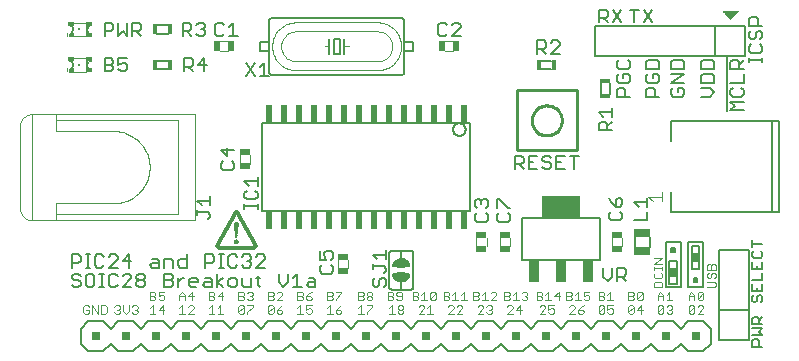
<source format=gto>
G75*
G70*
%OFA0B0*%
%FSLAX24Y24*%
%IPPOS*%
%LPD*%
%AMOC8*
5,1,8,0,0,1.08239X$1,22.5*
%
%ADD10C,0.0060*%
%ADD11C,0.0040*%
%ADD12C,0.0080*%
%ADD13C,0.0050*%
%ADD14R,0.0200X0.0600*%
%ADD15C,0.0025*%
%ADD16C,0.0020*%
%ADD17R,0.0197X0.0374*%
%ADD18R,0.0197X0.0374*%
%ADD19R,0.0374X0.0197*%
%ADD20R,0.0374X0.0197*%
%ADD21R,0.1260X0.0730*%
%ADD22R,0.0340X0.0730*%
%ADD23R,0.0551X0.0256*%
%ADD24C,0.0049*%
%ADD25R,0.0340X0.0160*%
%ADD26C,0.0086*%
%ADD27R,0.0160X0.0340*%
%ADD28R,0.0260X0.0260*%
%ADD29R,0.0250X0.0250*%
%ADD30R,0.0197X0.0128*%
%ADD31R,0.0098X0.0059*%
%ADD32R,0.0069X0.0157*%
%ADD33R,0.0079X0.0079*%
%ADD34R,0.0118X0.0118*%
%ADD35R,0.0030X0.0128*%
%ADD36C,0.0120*%
D10*
X002162Y000699D02*
X002412Y000449D01*
X002162Y000699D02*
X002162Y001199D01*
X002412Y001449D01*
X003162Y001199D02*
X003412Y001449D01*
X003912Y001449D01*
X004162Y001199D01*
X004412Y001449D01*
X004912Y001449D01*
X005162Y001199D01*
X005412Y001449D01*
X005912Y001449D01*
X006162Y001199D01*
X006412Y001449D01*
X006912Y001449D01*
X007162Y001199D01*
X007412Y001449D01*
X007912Y001449D01*
X008162Y001199D01*
X008412Y001449D01*
X008912Y001449D01*
X009162Y001199D01*
X009412Y001449D01*
X009912Y001449D01*
X010162Y001199D01*
X010412Y001449D01*
X010912Y001449D01*
X011162Y001199D01*
X011412Y001449D01*
X011912Y001449D01*
X012162Y001199D01*
X012412Y001449D01*
X012912Y001449D01*
X013162Y001199D01*
X013412Y001449D01*
X013912Y001449D01*
X014162Y001199D01*
X014412Y001449D01*
X014912Y001449D01*
X015162Y001199D01*
X015412Y001449D01*
X015912Y001449D01*
X016162Y001199D01*
X016412Y001449D01*
X016912Y001449D01*
X017162Y001199D01*
X017412Y001449D01*
X017912Y001449D01*
X018162Y001199D01*
X018412Y001449D01*
X018912Y001449D01*
X019162Y001199D01*
X019412Y001449D01*
X019912Y001449D01*
X020162Y001199D01*
X020412Y001449D01*
X020912Y001449D01*
X021162Y001199D01*
X021412Y001449D01*
X021912Y001449D01*
X022162Y001199D01*
X022412Y001449D01*
X022162Y000699D02*
X021912Y000449D01*
X021412Y000449D01*
X021162Y000699D01*
X020912Y000449D01*
X020412Y000449D01*
X020162Y000699D01*
X019912Y000449D01*
X019412Y000449D01*
X019162Y000699D01*
X018912Y000449D01*
X018412Y000449D01*
X018162Y000699D01*
X017912Y000449D01*
X017412Y000449D01*
X017162Y000699D01*
X016912Y000449D01*
X016412Y000449D01*
X016162Y000699D01*
X015912Y000449D01*
X015412Y000449D01*
X015162Y000699D01*
X014912Y000449D01*
X014412Y000449D01*
X014162Y000699D01*
X013912Y000449D01*
X013412Y000449D01*
X013162Y000699D01*
X012912Y000449D01*
X012412Y000449D01*
X012162Y000699D01*
X011912Y000449D01*
X011412Y000449D01*
X011162Y000699D01*
X010912Y000449D01*
X010412Y000449D01*
X010162Y000699D01*
X009912Y000449D01*
X009412Y000449D01*
X009162Y000699D01*
X008912Y000449D01*
X008412Y000449D01*
X008162Y000699D01*
X007912Y000449D01*
X007412Y000449D01*
X007162Y000699D01*
X006912Y000449D01*
X006412Y000449D01*
X006162Y000699D01*
X005912Y000449D01*
X005412Y000449D01*
X005162Y000699D01*
X004912Y000449D01*
X004412Y000449D01*
X004162Y000699D01*
X003912Y000449D01*
X003412Y000449D01*
X003162Y000699D01*
X003174Y002603D02*
X003320Y002603D01*
X003394Y002676D01*
X003561Y002603D02*
X003854Y002896D01*
X003854Y002970D01*
X003781Y003043D01*
X003634Y003043D01*
X003561Y002970D01*
X003394Y002970D02*
X003320Y003043D01*
X003174Y003043D01*
X003100Y002970D01*
X003100Y002676D01*
X003174Y002603D01*
X002940Y002603D02*
X002793Y002603D01*
X002867Y002603D02*
X002867Y003043D01*
X002940Y003043D02*
X002793Y003043D01*
X002627Y002970D02*
X002553Y003043D01*
X002406Y003043D01*
X002333Y002970D01*
X002333Y002676D01*
X002406Y002603D01*
X002553Y002603D01*
X002627Y002676D01*
X002627Y002970D01*
X002713Y003242D02*
X002860Y003242D01*
X002934Y003316D01*
X003100Y003242D02*
X003394Y003536D01*
X003394Y003609D01*
X003320Y003683D01*
X003174Y003683D01*
X003100Y003609D01*
X002934Y003609D02*
X002860Y003683D01*
X002713Y003683D01*
X002640Y003609D01*
X002640Y003316D01*
X002713Y003242D01*
X002480Y003242D02*
X002333Y003242D01*
X002406Y003242D02*
X002406Y003683D01*
X002333Y003683D02*
X002480Y003683D01*
X002166Y003609D02*
X002166Y003463D01*
X002093Y003389D01*
X001873Y003389D01*
X001873Y003242D02*
X001873Y003683D01*
X002093Y003683D01*
X002166Y003609D01*
X003100Y003242D02*
X003394Y003242D01*
X003781Y003242D02*
X003781Y003683D01*
X003561Y003463D01*
X003854Y003463D01*
X004481Y003316D02*
X004555Y003242D01*
X004775Y003242D01*
X004775Y003463D01*
X004701Y003536D01*
X004555Y003536D01*
X004555Y003389D02*
X004775Y003389D01*
X004555Y003389D02*
X004481Y003316D01*
X004942Y003242D02*
X004942Y003536D01*
X005162Y003536D01*
X005235Y003463D01*
X005235Y003242D01*
X005402Y003316D02*
X005402Y003463D01*
X005475Y003536D01*
X005696Y003536D01*
X005696Y003683D02*
X005696Y003242D01*
X005475Y003242D01*
X005402Y003316D01*
X005162Y003043D02*
X004942Y003043D01*
X004942Y002603D01*
X005162Y002603D01*
X005235Y002676D01*
X005235Y002749D01*
X005162Y002823D01*
X004942Y002823D01*
X005162Y002823D02*
X005235Y002896D01*
X005235Y002970D01*
X005162Y003043D01*
X005402Y002896D02*
X005402Y002603D01*
X005402Y002749D02*
X005549Y002896D01*
X005622Y002896D01*
X005786Y002823D02*
X005859Y002896D01*
X006006Y002896D01*
X006079Y002823D01*
X006079Y002749D01*
X005786Y002749D01*
X005786Y002676D02*
X005786Y002823D01*
X005786Y002676D02*
X005859Y002603D01*
X006006Y002603D01*
X006246Y002676D02*
X006319Y002749D01*
X006540Y002749D01*
X006540Y002823D02*
X006540Y002603D01*
X006319Y002603D01*
X006246Y002676D01*
X006319Y002896D02*
X006466Y002896D01*
X006540Y002823D01*
X006706Y002749D02*
X006927Y002896D01*
X007090Y002823D02*
X007090Y002676D01*
X007163Y002603D01*
X007310Y002603D01*
X007384Y002676D01*
X007384Y002823D01*
X007310Y002896D01*
X007163Y002896D01*
X007090Y002823D01*
X006927Y002603D02*
X006706Y002749D01*
X006706Y002603D02*
X006706Y003043D01*
X006783Y003242D02*
X006930Y003242D01*
X006856Y003242D02*
X006856Y003683D01*
X006783Y003683D02*
X006930Y003683D01*
X007090Y003609D02*
X007090Y003316D01*
X007163Y003242D01*
X007310Y003242D01*
X007384Y003316D01*
X007550Y003316D02*
X007624Y003242D01*
X007771Y003242D01*
X007844Y003316D01*
X007844Y003389D01*
X007771Y003463D01*
X007697Y003463D01*
X007771Y003463D02*
X007844Y003536D01*
X007844Y003609D01*
X007771Y003683D01*
X007624Y003683D01*
X007550Y003609D01*
X007384Y003609D02*
X007310Y003683D01*
X007163Y003683D01*
X007090Y003609D01*
X006616Y003609D02*
X006616Y003463D01*
X006543Y003389D01*
X006323Y003389D01*
X006323Y003242D02*
X006323Y003683D01*
X006543Y003683D01*
X006616Y003609D01*
X007550Y002896D02*
X007550Y002676D01*
X007624Y002603D01*
X007844Y002603D01*
X007844Y002896D01*
X008011Y002896D02*
X008157Y002896D01*
X008084Y002970D02*
X008084Y002676D01*
X008157Y002603D01*
X008778Y002749D02*
X008778Y003043D01*
X009072Y003043D02*
X009072Y002749D01*
X008925Y002603D01*
X008778Y002749D01*
X009238Y002603D02*
X009532Y002603D01*
X009385Y002603D02*
X009385Y003043D01*
X009238Y002896D01*
X009699Y002676D02*
X009772Y002749D01*
X009992Y002749D01*
X009992Y002823D02*
X009992Y002603D01*
X009772Y002603D01*
X009699Y002676D01*
X009772Y002896D02*
X009919Y002896D01*
X009992Y002823D01*
X010206Y003046D02*
X010499Y003046D01*
X010573Y003119D01*
X010573Y003266D01*
X010499Y003339D01*
X010499Y003506D02*
X010573Y003579D01*
X010573Y003726D01*
X010499Y003800D01*
X010352Y003800D01*
X010279Y003726D01*
X010279Y003653D01*
X010352Y003506D01*
X010132Y003506D01*
X010132Y003800D01*
X010206Y003339D02*
X010132Y003266D01*
X010132Y003119D01*
X010206Y003046D01*
X011904Y003210D02*
X011904Y003357D01*
X011904Y003283D02*
X012271Y003283D01*
X012344Y003210D01*
X012344Y003136D01*
X012271Y003063D01*
X012271Y002896D02*
X012344Y002823D01*
X012344Y002676D01*
X012271Y002603D01*
X012124Y002676D02*
X012124Y002823D01*
X012197Y002896D01*
X012271Y002896D01*
X011977Y002896D02*
X011904Y002823D01*
X011904Y002676D01*
X011977Y002603D01*
X012051Y002603D01*
X012124Y002676D01*
X012451Y002611D02*
X012451Y003711D01*
X012453Y003728D01*
X012457Y003745D01*
X012464Y003761D01*
X012474Y003775D01*
X012487Y003788D01*
X012501Y003798D01*
X012517Y003805D01*
X012534Y003809D01*
X012551Y003811D01*
X013151Y003811D01*
X013168Y003809D01*
X013185Y003805D01*
X013201Y003798D01*
X013215Y003788D01*
X013228Y003775D01*
X013238Y003761D01*
X013245Y003745D01*
X013249Y003728D01*
X013251Y003711D01*
X013251Y002611D01*
X013249Y002594D01*
X013245Y002577D01*
X013238Y002561D01*
X013228Y002547D01*
X013215Y002534D01*
X013201Y002524D01*
X013185Y002517D01*
X013168Y002513D01*
X013151Y002511D01*
X012551Y002511D01*
X012534Y002513D01*
X012517Y002517D01*
X012501Y002524D01*
X012487Y002534D01*
X012474Y002547D01*
X012464Y002561D01*
X012457Y002577D01*
X012453Y002594D01*
X012451Y002611D01*
X012851Y002561D02*
X012851Y002761D01*
X012344Y003523D02*
X012344Y003817D01*
X012344Y003670D02*
X011904Y003670D01*
X012051Y003523D01*
X012851Y003561D02*
X012851Y003761D01*
X015299Y004841D02*
X015299Y004988D01*
X015373Y005062D01*
X015373Y005228D02*
X015299Y005302D01*
X015299Y005449D01*
X015373Y005522D01*
X015446Y005522D01*
X015520Y005449D01*
X015593Y005522D01*
X015666Y005522D01*
X015740Y005449D01*
X015740Y005302D01*
X015666Y005228D01*
X015666Y005062D02*
X015740Y004988D01*
X015740Y004841D01*
X015666Y004768D01*
X015373Y004768D01*
X015299Y004841D01*
X015159Y005146D02*
X015159Y008070D01*
X008209Y008070D01*
X008209Y005146D01*
X015159Y005146D01*
X015520Y005375D02*
X015520Y005449D01*
X016038Y005522D02*
X016038Y005228D01*
X016111Y005062D02*
X016038Y004988D01*
X016038Y004841D01*
X016111Y004768D01*
X016405Y004768D01*
X016478Y004841D01*
X016478Y004988D01*
X016405Y005062D01*
X016405Y005228D02*
X016478Y005228D01*
X016405Y005228D02*
X016111Y005522D01*
X016038Y005522D01*
X016636Y006540D02*
X016636Y006980D01*
X016857Y006980D01*
X016930Y006907D01*
X016930Y006760D01*
X016857Y006686D01*
X016636Y006686D01*
X016783Y006686D02*
X016930Y006540D01*
X017097Y006540D02*
X017390Y006540D01*
X017557Y006613D02*
X017631Y006540D01*
X017777Y006540D01*
X017851Y006613D01*
X017851Y006686D01*
X017777Y006760D01*
X017631Y006760D01*
X017557Y006833D01*
X017557Y006907D01*
X017631Y006980D01*
X017777Y006980D01*
X017851Y006907D01*
X018018Y006980D02*
X018018Y006540D01*
X018311Y006540D01*
X018625Y006540D02*
X018625Y006980D01*
X018771Y006980D02*
X018478Y006980D01*
X018311Y006980D02*
X018018Y006980D01*
X018018Y006760D02*
X018164Y006760D01*
X017390Y006980D02*
X017097Y006980D01*
X017097Y006540D01*
X017097Y006760D02*
X017244Y006760D01*
X019433Y007819D02*
X019433Y008039D01*
X019507Y008113D01*
X019654Y008113D01*
X019727Y008039D01*
X019727Y007819D01*
X019874Y007819D02*
X019433Y007819D01*
X019727Y007966D02*
X019874Y008113D01*
X019874Y008280D02*
X019874Y008573D01*
X019874Y008426D02*
X019433Y008426D01*
X019580Y008280D01*
X020032Y008948D02*
X020032Y009168D01*
X020105Y009241D01*
X020252Y009241D01*
X020325Y009168D01*
X020325Y008948D01*
X020472Y008948D02*
X020032Y008948D01*
X019798Y009046D02*
X019798Y009386D01*
X020032Y009482D02*
X020105Y009408D01*
X020399Y009408D01*
X020472Y009482D01*
X020472Y009628D01*
X020399Y009702D01*
X020252Y009702D01*
X020252Y009555D01*
X020105Y009702D02*
X020032Y009628D01*
X020032Y009482D01*
X019517Y009386D02*
X019517Y009046D01*
X021016Y008948D02*
X021016Y009168D01*
X021089Y009241D01*
X021236Y009241D01*
X021310Y009168D01*
X021310Y008948D01*
X021456Y008948D02*
X021016Y008948D01*
X021853Y009021D02*
X021926Y008948D01*
X022220Y008948D01*
X022293Y009021D01*
X022293Y009168D01*
X022220Y009241D01*
X022073Y009241D01*
X022073Y009095D01*
X021926Y009241D02*
X021853Y009168D01*
X021853Y009021D01*
X021853Y009408D02*
X022293Y009702D01*
X021853Y009702D01*
X021456Y009628D02*
X021383Y009702D01*
X021236Y009702D01*
X021236Y009555D01*
X021089Y009408D02*
X021383Y009408D01*
X021456Y009482D01*
X021456Y009628D01*
X021456Y009869D02*
X021016Y009869D01*
X021016Y010089D01*
X021089Y010162D01*
X021383Y010162D01*
X021456Y010089D01*
X021456Y009869D01*
X021853Y009869D02*
X021853Y010089D01*
X021926Y010162D01*
X022220Y010162D01*
X022293Y010089D01*
X022293Y009869D01*
X021853Y009869D01*
X021089Y009702D02*
X021016Y009628D01*
X021016Y009482D01*
X021089Y009408D01*
X021853Y009408D02*
X022293Y009408D01*
X022837Y009408D02*
X022837Y009628D01*
X022910Y009702D01*
X023204Y009702D01*
X023277Y009628D01*
X023277Y009408D01*
X022837Y009408D01*
X022837Y009241D02*
X023130Y009241D01*
X023277Y009095D01*
X023130Y008948D01*
X022837Y008948D01*
X023821Y009021D02*
X023895Y008948D01*
X024188Y008948D01*
X024261Y009021D01*
X024261Y009168D01*
X024188Y009241D01*
X023895Y009241D02*
X023821Y009168D01*
X023821Y009021D01*
X023821Y008781D02*
X024261Y008781D01*
X023968Y008634D02*
X023821Y008781D01*
X023968Y008634D02*
X023821Y008488D01*
X024261Y008488D01*
X023701Y008458D02*
X023701Y010299D01*
X023895Y010162D02*
X024041Y010162D01*
X024115Y010089D01*
X024115Y009869D01*
X024115Y010015D02*
X024261Y010162D01*
X024453Y010156D02*
X024893Y010156D01*
X024893Y010083D02*
X024893Y010230D01*
X024820Y010390D02*
X024526Y010390D01*
X024453Y010463D01*
X024453Y010610D01*
X024526Y010683D01*
X024820Y010683D02*
X024893Y010610D01*
X024893Y010463D01*
X024820Y010390D01*
X024453Y010230D02*
X024453Y010083D01*
X024261Y009869D02*
X023821Y009869D01*
X023821Y010089D01*
X023895Y010162D01*
X023277Y010089D02*
X023277Y009869D01*
X022837Y009869D01*
X022837Y010089D01*
X022910Y010162D01*
X023204Y010162D01*
X023277Y010089D01*
X024261Y009702D02*
X024261Y009408D01*
X023821Y009408D01*
X024526Y010850D02*
X024453Y010924D01*
X024453Y011070D01*
X024526Y011144D01*
X024673Y011070D02*
X024747Y011144D01*
X024820Y011144D01*
X024893Y011070D01*
X024893Y010924D01*
X024820Y010850D01*
X024673Y010924D02*
X024673Y011070D01*
X024673Y010924D02*
X024600Y010850D01*
X024526Y010850D01*
X024453Y011311D02*
X024453Y011531D01*
X024526Y011604D01*
X024673Y011604D01*
X024747Y011531D01*
X024747Y011311D01*
X024893Y011311D02*
X024453Y011311D01*
X020472Y010089D02*
X020472Y009942D01*
X020399Y009869D01*
X020105Y009869D01*
X020032Y009942D01*
X020032Y010089D01*
X020105Y010162D01*
X020399Y010162D02*
X020472Y010089D01*
X018129Y010378D02*
X017835Y010378D01*
X018129Y010672D01*
X018129Y010745D01*
X018055Y010819D01*
X017908Y010819D01*
X017835Y010745D01*
X017668Y010745D02*
X017668Y010598D01*
X017595Y010525D01*
X017375Y010525D01*
X017521Y010525D02*
X017668Y010378D01*
X017375Y010378D02*
X017375Y010819D01*
X017595Y010819D01*
X017668Y010745D01*
X017519Y010144D02*
X017859Y010144D01*
X017859Y009864D02*
X017519Y009864D01*
X014831Y010969D02*
X014538Y010969D01*
X014831Y011262D01*
X014831Y011336D01*
X014758Y011409D01*
X014611Y011409D01*
X014538Y011336D01*
X014371Y011336D02*
X014298Y011409D01*
X014151Y011409D01*
X014077Y011336D01*
X014077Y011042D01*
X014151Y010969D01*
X014298Y010969D01*
X014371Y011042D01*
X013251Y010771D02*
X013251Y010471D01*
X012951Y010471D01*
X012951Y010771D02*
X013251Y010771D01*
X012951Y011071D02*
X012951Y010171D01*
X012951Y009771D01*
X012949Y009754D01*
X012945Y009737D01*
X012938Y009721D01*
X012928Y009707D01*
X012915Y009694D01*
X012901Y009684D01*
X012885Y009677D01*
X012868Y009673D01*
X012851Y009671D01*
X008551Y009671D01*
X008534Y009673D01*
X008517Y009677D01*
X008501Y009684D01*
X008487Y009694D01*
X008474Y009707D01*
X008464Y009721D01*
X008457Y009737D01*
X008453Y009754D01*
X008451Y009771D01*
X008451Y010171D01*
X008451Y010471D01*
X008151Y010471D01*
X008151Y010771D01*
X008451Y010771D01*
X008451Y011071D01*
X008451Y011471D01*
X008453Y011488D01*
X008457Y011505D01*
X008464Y011521D01*
X008474Y011535D01*
X008487Y011548D01*
X008501Y011558D01*
X008517Y011565D01*
X008534Y011569D01*
X008551Y011571D01*
X012851Y011571D01*
X012868Y011569D01*
X012885Y011565D01*
X012901Y011558D01*
X012915Y011548D01*
X012928Y011535D01*
X012938Y011521D01*
X012945Y011505D01*
X012949Y011488D01*
X012951Y011471D01*
X012951Y011071D01*
X010951Y010871D02*
X010951Y010621D01*
X010951Y010371D01*
X010801Y010371D02*
X010801Y010871D01*
X010601Y010871D01*
X010601Y010371D01*
X010801Y010371D01*
X010451Y010371D02*
X010451Y010621D01*
X010451Y010871D01*
X008451Y010771D02*
X008451Y010471D01*
X008287Y010080D02*
X008287Y009640D01*
X008140Y009640D02*
X008434Y009640D01*
X008140Y009934D02*
X008287Y010080D01*
X007973Y010080D02*
X007680Y009640D01*
X007973Y009640D02*
X007680Y010080D01*
X006367Y010008D02*
X006073Y010008D01*
X006293Y010228D01*
X006293Y009788D01*
X005906Y009788D02*
X005760Y009934D01*
X005833Y009934D02*
X005613Y009934D01*
X005613Y009788D02*
X005613Y010228D01*
X005833Y010228D01*
X005906Y010155D01*
X005906Y010008D01*
X005833Y009934D01*
X005064Y009864D02*
X004724Y009864D01*
X004724Y010144D02*
X005064Y010144D01*
X005064Y011045D02*
X004724Y011045D01*
X004724Y011325D02*
X005064Y011325D01*
X005564Y011409D02*
X005784Y011409D01*
X005857Y011336D01*
X005857Y011189D01*
X005784Y011116D01*
X005564Y011116D01*
X005710Y011116D02*
X005857Y010969D01*
X006024Y011042D02*
X006097Y010969D01*
X006244Y010969D01*
X006318Y011042D01*
X006318Y011116D01*
X006244Y011189D01*
X006171Y011189D01*
X006244Y011189D02*
X006318Y011262D01*
X006318Y011336D01*
X006244Y011409D01*
X006097Y011409D01*
X006024Y011336D01*
X005564Y011409D02*
X005564Y010969D01*
X006646Y011042D02*
X006720Y010969D01*
X006866Y010969D01*
X006940Y011042D01*
X007107Y010969D02*
X007400Y010969D01*
X007253Y010969D02*
X007253Y011409D01*
X007107Y011262D01*
X006940Y011336D02*
X006866Y011409D01*
X006720Y011409D01*
X006646Y011336D01*
X006646Y011042D01*
X007055Y007244D02*
X007055Y006951D01*
X006835Y007171D01*
X007275Y007171D01*
X007202Y006784D02*
X007275Y006711D01*
X007275Y006564D01*
X007202Y006490D01*
X006908Y006490D01*
X006835Y006564D01*
X006835Y006711D01*
X006908Y006784D01*
X007622Y006125D02*
X008063Y006125D01*
X008063Y005978D02*
X008063Y006272D01*
X007769Y005978D02*
X007622Y006125D01*
X007696Y005811D02*
X007622Y005738D01*
X007622Y005591D01*
X007696Y005518D01*
X007989Y005518D01*
X008063Y005591D01*
X008063Y005738D01*
X007989Y005811D01*
X008063Y005358D02*
X008063Y005211D01*
X008063Y005284D02*
X007622Y005284D01*
X007622Y005211D02*
X007622Y005358D01*
X006488Y005327D02*
X006488Y005620D01*
X006488Y005474D02*
X006048Y005474D01*
X006194Y005327D01*
X006048Y005160D02*
X006048Y005013D01*
X006048Y005087D02*
X006414Y005087D01*
X006488Y005013D01*
X006488Y004940D01*
X006414Y004866D01*
X008011Y003609D02*
X008084Y003683D01*
X008231Y003683D01*
X008304Y003609D01*
X008304Y003536D01*
X008011Y003242D01*
X008304Y003242D01*
X004315Y002970D02*
X004315Y002896D01*
X004241Y002823D01*
X004094Y002823D01*
X004021Y002896D01*
X004021Y002970D01*
X004094Y003043D01*
X004241Y003043D01*
X004315Y002970D01*
X004241Y002823D02*
X004315Y002749D01*
X004315Y002676D01*
X004241Y002603D01*
X004094Y002603D01*
X004021Y002676D01*
X004021Y002749D01*
X004094Y002823D01*
X003854Y002603D02*
X003561Y002603D01*
X002166Y002676D02*
X002093Y002603D01*
X001946Y002603D01*
X001873Y002676D01*
X002093Y002823D02*
X002166Y002749D01*
X002166Y002676D01*
X002093Y002823D02*
X001946Y002823D01*
X001873Y002896D01*
X001873Y002970D01*
X001946Y003043D01*
X002093Y003043D01*
X002166Y002970D01*
X014579Y007848D02*
X014581Y007877D01*
X014587Y007905D01*
X014596Y007932D01*
X014610Y007957D01*
X014626Y007981D01*
X014646Y008001D01*
X014668Y008020D01*
X014692Y008034D01*
X014719Y008046D01*
X014746Y008054D01*
X014775Y008058D01*
X014803Y008058D01*
X014832Y008054D01*
X014859Y008046D01*
X014886Y008034D01*
X014910Y008020D01*
X014932Y008001D01*
X014952Y007981D01*
X014968Y007957D01*
X014982Y007932D01*
X014991Y007905D01*
X014997Y007877D01*
X014999Y007848D01*
X014997Y007819D01*
X014991Y007791D01*
X014982Y007764D01*
X014968Y007739D01*
X014952Y007715D01*
X014932Y007695D01*
X014910Y007676D01*
X014886Y007662D01*
X014859Y007650D01*
X014832Y007642D01*
X014803Y007638D01*
X014775Y007638D01*
X014746Y007642D01*
X014719Y007650D01*
X014692Y007662D01*
X014668Y007676D01*
X014646Y007695D01*
X014626Y007715D01*
X014610Y007739D01*
X014596Y007764D01*
X014587Y007791D01*
X014581Y007819D01*
X014579Y007848D01*
X019778Y005571D02*
X019851Y005424D01*
X019998Y005278D01*
X019998Y005498D01*
X020071Y005571D01*
X020145Y005571D01*
X020218Y005498D01*
X020218Y005351D01*
X020145Y005278D01*
X019998Y005278D01*
X019851Y005111D02*
X019778Y005037D01*
X019778Y004891D01*
X019851Y004817D01*
X020145Y004817D01*
X020218Y004891D01*
X020218Y005037D01*
X020145Y005111D01*
X020614Y004817D02*
X021055Y004817D01*
X021055Y005111D01*
X021055Y005278D02*
X021055Y005571D01*
X021055Y005424D02*
X020614Y005424D01*
X020761Y005278D01*
X020638Y004260D02*
X020638Y003937D01*
X021138Y003937D02*
X021138Y004260D01*
X020270Y003240D02*
X020050Y003240D01*
X020050Y002800D01*
X020050Y002946D02*
X020270Y002946D01*
X020343Y003020D01*
X020343Y003166D01*
X020270Y003240D01*
X019883Y003240D02*
X019883Y002946D01*
X019736Y002800D01*
X019589Y002946D01*
X019589Y003240D01*
X020196Y002946D02*
X020343Y002800D01*
X022162Y000699D02*
X022412Y000449D01*
D11*
X022480Y001707D02*
X022434Y001754D01*
X022620Y001940D01*
X022620Y001754D01*
X022574Y001707D01*
X022480Y001707D01*
X022434Y001754D02*
X022434Y001940D01*
X022480Y001987D01*
X022574Y001987D01*
X022620Y001940D01*
X022728Y001940D02*
X022775Y001987D01*
X022868Y001987D01*
X022915Y001940D01*
X022915Y001894D01*
X022728Y001707D01*
X022915Y001707D01*
X022868Y002150D02*
X022775Y002150D01*
X022728Y002196D01*
X022915Y002383D01*
X022915Y002196D01*
X022868Y002150D01*
X022728Y002196D02*
X022728Y002383D01*
X022775Y002430D01*
X022868Y002430D01*
X022915Y002383D01*
X023048Y002593D02*
X023282Y002593D01*
X023329Y002639D01*
X023329Y002733D01*
X023282Y002779D01*
X023048Y002779D01*
X023095Y002887D02*
X023142Y002887D01*
X023188Y002934D01*
X023188Y003027D01*
X023235Y003074D01*
X023282Y003074D01*
X023329Y003027D01*
X023329Y002934D01*
X023282Y002887D01*
X023095Y002887D02*
X023048Y002934D01*
X023048Y003027D01*
X023095Y003074D01*
X023048Y003182D02*
X023048Y003322D01*
X023095Y003369D01*
X023142Y003369D01*
X023188Y003322D01*
X023188Y003182D01*
X023048Y003182D02*
X023329Y003182D01*
X023329Y003322D01*
X023282Y003369D01*
X023235Y003369D01*
X023188Y003322D01*
X021557Y003275D02*
X021557Y003182D01*
X021557Y003229D02*
X021277Y003229D01*
X021277Y003275D02*
X021277Y003182D01*
X021323Y003074D02*
X021277Y003027D01*
X021277Y002934D01*
X021323Y002887D01*
X021510Y002887D01*
X021557Y002934D01*
X021557Y003027D01*
X021510Y003074D01*
X021557Y003378D02*
X021277Y003378D01*
X021557Y003565D01*
X021277Y003565D01*
X020216Y003958D02*
X020216Y004238D01*
X019881Y004238D02*
X019881Y003958D01*
X021277Y002733D02*
X021277Y002593D01*
X021557Y002593D01*
X021557Y002733D01*
X021510Y002779D01*
X021323Y002779D01*
X021277Y002733D01*
X021493Y002430D02*
X021587Y002337D01*
X021587Y002150D01*
X021695Y002150D02*
X021882Y002150D01*
X021788Y002150D02*
X021788Y002430D01*
X021695Y002337D01*
X021587Y002290D02*
X021400Y002290D01*
X021400Y002337D02*
X021400Y002150D01*
X021447Y001987D02*
X021540Y001987D01*
X021587Y001940D01*
X021400Y001754D01*
X021447Y001707D01*
X021540Y001707D01*
X021587Y001754D01*
X021587Y001940D01*
X021695Y001940D02*
X021741Y001987D01*
X021835Y001987D01*
X021882Y001940D01*
X021882Y001894D01*
X021835Y001847D01*
X021882Y001800D01*
X021882Y001754D01*
X021835Y001707D01*
X021741Y001707D01*
X021695Y001754D01*
X021788Y001847D02*
X021835Y001847D01*
X021447Y001987D02*
X021400Y001940D01*
X021400Y001754D01*
X020897Y001847D02*
X020710Y001847D01*
X020851Y001987D01*
X020851Y001707D01*
X020603Y001754D02*
X020603Y001940D01*
X020416Y001754D01*
X020463Y001707D01*
X020556Y001707D01*
X020603Y001754D01*
X020603Y001940D02*
X020556Y001987D01*
X020463Y001987D01*
X020416Y001940D01*
X020416Y001754D01*
X019913Y001754D02*
X019866Y001707D01*
X019773Y001707D01*
X019726Y001754D01*
X019726Y001847D02*
X019820Y001894D01*
X019866Y001894D01*
X019913Y001847D01*
X019913Y001754D01*
X019726Y001847D02*
X019726Y001987D01*
X019913Y001987D01*
X019913Y002150D02*
X019726Y002150D01*
X019820Y002150D02*
X019820Y002430D01*
X019726Y002337D01*
X019618Y002337D02*
X019572Y002290D01*
X019432Y002290D01*
X019572Y002290D02*
X019618Y002243D01*
X019618Y002196D01*
X019572Y002150D01*
X019432Y002150D01*
X019432Y002430D01*
X019572Y002430D01*
X019618Y002383D01*
X019618Y002337D01*
X019125Y002290D02*
X019125Y002196D01*
X019078Y002150D01*
X018985Y002150D01*
X018938Y002196D01*
X018938Y002290D02*
X019032Y002337D01*
X019078Y002337D01*
X019125Y002290D01*
X019125Y002430D02*
X018938Y002430D01*
X018938Y002290D01*
X018830Y002150D02*
X018644Y002150D01*
X018737Y002150D02*
X018737Y002430D01*
X018644Y002337D01*
X018536Y002337D02*
X018489Y002290D01*
X018349Y002290D01*
X018489Y002290D02*
X018536Y002243D01*
X018536Y002196D01*
X018489Y002150D01*
X018349Y002150D01*
X018349Y002430D01*
X018489Y002430D01*
X018536Y002383D01*
X018536Y002337D01*
X018141Y002290D02*
X017954Y002290D01*
X018094Y002430D01*
X018094Y002150D01*
X017945Y001987D02*
X017758Y001987D01*
X017758Y001847D01*
X017851Y001894D01*
X017898Y001894D01*
X017945Y001847D01*
X017945Y001754D01*
X017898Y001707D01*
X017804Y001707D01*
X017758Y001754D01*
X017650Y001707D02*
X017463Y001707D01*
X017650Y001894D01*
X017650Y001940D01*
X017603Y001987D01*
X017510Y001987D01*
X017463Y001940D01*
X017505Y002150D02*
X017365Y002150D01*
X017365Y002430D01*
X017505Y002430D01*
X017551Y002383D01*
X017551Y002337D01*
X017505Y002290D01*
X017365Y002290D01*
X017505Y002290D02*
X017551Y002243D01*
X017551Y002196D01*
X017505Y002150D01*
X017659Y002150D02*
X017846Y002150D01*
X017753Y002150D02*
X017753Y002430D01*
X017659Y002337D01*
X017058Y002337D02*
X017011Y002290D01*
X017058Y002243D01*
X017058Y002196D01*
X017011Y002150D01*
X016918Y002150D01*
X016871Y002196D01*
X016763Y002150D02*
X016577Y002150D01*
X016670Y002150D02*
X016670Y002430D01*
X016577Y002337D01*
X016469Y002337D02*
X016422Y002290D01*
X016282Y002290D01*
X016282Y002150D02*
X016282Y002430D01*
X016422Y002430D01*
X016469Y002383D01*
X016469Y002337D01*
X016422Y002290D02*
X016469Y002243D01*
X016469Y002196D01*
X016422Y002150D01*
X016282Y002150D01*
X016427Y001987D02*
X016380Y001940D01*
X016427Y001987D02*
X016521Y001987D01*
X016567Y001940D01*
X016567Y001894D01*
X016380Y001707D01*
X016567Y001707D01*
X016675Y001847D02*
X016862Y001847D01*
X016815Y001707D02*
X016815Y001987D01*
X016675Y001847D01*
X016025Y002150D02*
X015838Y002150D01*
X016025Y002337D01*
X016025Y002383D01*
X015978Y002430D01*
X015884Y002430D01*
X015838Y002383D01*
X015637Y002430D02*
X015637Y002150D01*
X015730Y002150D02*
X015543Y002150D01*
X015435Y002196D02*
X015389Y002150D01*
X015249Y002150D01*
X015249Y002430D01*
X015389Y002430D01*
X015435Y002383D01*
X015435Y002337D01*
X015389Y002290D01*
X015249Y002290D01*
X015389Y002290D02*
X015435Y002243D01*
X015435Y002196D01*
X015543Y002337D02*
X015637Y002430D01*
X015040Y002150D02*
X014854Y002150D01*
X014947Y002150D02*
X014947Y002430D01*
X014854Y002337D01*
X014652Y002430D02*
X014652Y002150D01*
X014559Y002150D02*
X014746Y002150D01*
X014753Y001987D02*
X014707Y001940D01*
X014753Y001987D02*
X014847Y001987D01*
X014893Y001940D01*
X014893Y001894D01*
X014707Y001707D01*
X014893Y001707D01*
X014599Y001707D02*
X014412Y001707D01*
X014599Y001894D01*
X014599Y001940D01*
X014552Y001987D01*
X014459Y001987D01*
X014412Y001940D01*
X013909Y001707D02*
X013722Y001707D01*
X013816Y001707D02*
X013816Y001987D01*
X013722Y001894D01*
X013614Y001894D02*
X013428Y001707D01*
X013614Y001707D01*
X013614Y001894D02*
X013614Y001940D01*
X013568Y001987D01*
X013474Y001987D01*
X013428Y001940D01*
X013371Y002150D02*
X013231Y002150D01*
X013231Y002430D01*
X013371Y002430D01*
X013418Y002383D01*
X013418Y002337D01*
X013371Y002290D01*
X013231Y002290D01*
X013371Y002290D02*
X013418Y002243D01*
X013418Y002196D01*
X013371Y002150D01*
X013525Y002150D02*
X013712Y002150D01*
X013619Y002150D02*
X013619Y002430D01*
X013525Y002337D01*
X013820Y002383D02*
X013820Y002196D01*
X014007Y002383D01*
X014007Y002196D01*
X013960Y002150D01*
X013867Y002150D01*
X013820Y002196D01*
X013820Y002383D02*
X013867Y002430D01*
X013960Y002430D01*
X014007Y002383D01*
X014264Y002430D02*
X014404Y002430D01*
X014451Y002383D01*
X014451Y002337D01*
X014404Y002290D01*
X014264Y002290D01*
X014264Y002150D02*
X014264Y002430D01*
X014404Y002290D02*
X014451Y002243D01*
X014451Y002196D01*
X014404Y002150D01*
X014264Y002150D01*
X014559Y002337D02*
X014652Y002430D01*
X015396Y001940D02*
X015443Y001987D01*
X015536Y001987D01*
X015583Y001940D01*
X015583Y001894D01*
X015396Y001707D01*
X015583Y001707D01*
X015691Y001754D02*
X015737Y001707D01*
X015831Y001707D01*
X015878Y001754D01*
X015878Y001800D01*
X015831Y001847D01*
X015784Y001847D01*
X015831Y001847D02*
X015878Y001894D01*
X015878Y001940D01*
X015831Y001987D01*
X015737Y001987D01*
X015691Y001940D01*
X016871Y002383D02*
X016918Y002430D01*
X017011Y002430D01*
X017058Y002383D01*
X017058Y002337D01*
X017011Y002290D02*
X016965Y002290D01*
X018447Y001940D02*
X018494Y001987D01*
X018587Y001987D01*
X018634Y001940D01*
X018634Y001894D01*
X018447Y001707D01*
X018634Y001707D01*
X018742Y001754D02*
X018789Y001707D01*
X018882Y001707D01*
X018929Y001754D01*
X018929Y001800D01*
X018882Y001847D01*
X018742Y001847D01*
X018742Y001754D01*
X018742Y001847D02*
X018835Y001940D01*
X018929Y001987D01*
X019432Y001940D02*
X019432Y001754D01*
X019618Y001940D01*
X019618Y001754D01*
X019572Y001707D01*
X019478Y001707D01*
X019432Y001754D01*
X019432Y001940D02*
X019478Y001987D01*
X019572Y001987D01*
X019618Y001940D01*
X020416Y002150D02*
X020556Y002150D01*
X020603Y002196D01*
X020603Y002243D01*
X020556Y002290D01*
X020416Y002290D01*
X020556Y002290D02*
X020603Y002337D01*
X020603Y002383D01*
X020556Y002430D01*
X020416Y002430D01*
X020416Y002150D01*
X020710Y002196D02*
X020897Y002383D01*
X020897Y002196D01*
X020851Y002150D01*
X020757Y002150D01*
X020710Y002196D01*
X020710Y002383D01*
X020757Y002430D01*
X020851Y002430D01*
X020897Y002383D01*
X021400Y002337D02*
X021493Y002430D01*
X022434Y002337D02*
X022434Y002150D01*
X022434Y002290D02*
X022620Y002290D01*
X022620Y002337D02*
X022620Y002150D01*
X022620Y002337D02*
X022527Y002430D01*
X022434Y002337D01*
X016481Y003958D02*
X016481Y004238D01*
X016146Y004238D02*
X016146Y003958D01*
X015694Y003958D02*
X015694Y004238D01*
X015359Y004238D02*
X015359Y003958D01*
X012876Y002383D02*
X012829Y002430D01*
X012736Y002430D01*
X012689Y002383D01*
X012689Y002337D01*
X012736Y002290D01*
X012876Y002290D01*
X012876Y002383D02*
X012876Y002196D01*
X012829Y002150D01*
X012736Y002150D01*
X012689Y002196D01*
X012581Y002196D02*
X012534Y002150D01*
X012394Y002150D01*
X012394Y002430D01*
X012534Y002430D01*
X012581Y002383D01*
X012581Y002337D01*
X012534Y002290D01*
X012394Y002290D01*
X012534Y002290D02*
X012581Y002243D01*
X012581Y002196D01*
X012537Y001987D02*
X012537Y001707D01*
X012630Y001707D02*
X012443Y001707D01*
X012443Y001894D02*
X012537Y001987D01*
X012738Y001940D02*
X012738Y001894D01*
X012785Y001847D01*
X012878Y001847D01*
X012925Y001800D01*
X012925Y001754D01*
X012878Y001707D01*
X012785Y001707D01*
X012738Y001754D01*
X012738Y001800D01*
X012785Y001847D01*
X012878Y001847D02*
X012925Y001894D01*
X012925Y001940D01*
X012878Y001987D01*
X012785Y001987D01*
X012738Y001940D01*
X011891Y001940D02*
X011705Y001754D01*
X011705Y001707D01*
X011597Y001707D02*
X011410Y001707D01*
X011503Y001707D02*
X011503Y001987D01*
X011410Y001894D01*
X011705Y001987D02*
X011891Y001987D01*
X011891Y001940D01*
X011845Y002150D02*
X011751Y002150D01*
X011705Y002196D01*
X011705Y002243D01*
X011751Y002290D01*
X011845Y002290D01*
X011891Y002243D01*
X011891Y002196D01*
X011845Y002150D01*
X011845Y002290D02*
X011891Y002337D01*
X011891Y002383D01*
X011845Y002430D01*
X011751Y002430D01*
X011705Y002383D01*
X011705Y002337D01*
X011751Y002290D01*
X011597Y002337D02*
X011550Y002290D01*
X011410Y002290D01*
X011410Y002150D02*
X011410Y002430D01*
X011550Y002430D01*
X011597Y002383D01*
X011597Y002337D01*
X011550Y002290D02*
X011597Y002243D01*
X011597Y002196D01*
X011550Y002150D01*
X011410Y002150D01*
X010858Y001987D02*
X010764Y001940D01*
X010671Y001847D01*
X010811Y001847D01*
X010858Y001800D01*
X010858Y001754D01*
X010811Y001707D01*
X010718Y001707D01*
X010671Y001754D01*
X010671Y001847D01*
X010563Y001707D02*
X010376Y001707D01*
X010470Y001707D02*
X010470Y001987D01*
X010376Y001894D01*
X010376Y002150D02*
X010517Y002150D01*
X010563Y002196D01*
X010563Y002243D01*
X010517Y002290D01*
X010376Y002290D01*
X010376Y002150D02*
X010376Y002430D01*
X010517Y002430D01*
X010563Y002383D01*
X010563Y002337D01*
X010517Y002290D01*
X010671Y002196D02*
X010671Y002150D01*
X010671Y002196D02*
X010858Y002383D01*
X010858Y002430D01*
X010671Y002430D01*
X009874Y002430D02*
X009780Y002383D01*
X009687Y002290D01*
X009827Y002290D01*
X009874Y002243D01*
X009874Y002196D01*
X009827Y002150D01*
X009734Y002150D01*
X009687Y002196D01*
X009687Y002290D01*
X009579Y002337D02*
X009532Y002290D01*
X009392Y002290D01*
X009392Y002150D02*
X009392Y002430D01*
X009532Y002430D01*
X009579Y002383D01*
X009579Y002337D01*
X009532Y002290D02*
X009579Y002243D01*
X009579Y002196D01*
X009532Y002150D01*
X009392Y002150D01*
X009486Y001987D02*
X009486Y001707D01*
X009579Y001707D02*
X009392Y001707D01*
X009392Y001894D02*
X009486Y001987D01*
X009687Y001987D02*
X009687Y001847D01*
X009780Y001894D01*
X009827Y001894D01*
X009874Y001847D01*
X009874Y001754D01*
X009827Y001707D01*
X009734Y001707D01*
X009687Y001754D01*
X009687Y001987D02*
X009874Y001987D01*
X008889Y001987D02*
X008796Y001940D01*
X008703Y001847D01*
X008843Y001847D01*
X008889Y001800D01*
X008889Y001754D01*
X008843Y001707D01*
X008749Y001707D01*
X008703Y001754D01*
X008703Y001847D01*
X008595Y001940D02*
X008408Y001754D01*
X008455Y001707D01*
X008548Y001707D01*
X008595Y001754D01*
X008595Y001940D01*
X008548Y001987D01*
X008455Y001987D01*
X008408Y001940D01*
X008408Y001754D01*
X007905Y001940D02*
X007905Y001987D01*
X007718Y001987D01*
X007611Y001940D02*
X007564Y001987D01*
X007470Y001987D01*
X007424Y001940D01*
X007424Y001754D01*
X007611Y001940D01*
X007611Y001754D01*
X007564Y001707D01*
X007470Y001707D01*
X007424Y001754D01*
X007718Y001754D02*
X007718Y001707D01*
X007718Y001754D02*
X007905Y001940D01*
X007858Y002150D02*
X007765Y002150D01*
X007718Y002196D01*
X007611Y002196D02*
X007564Y002150D01*
X007424Y002150D01*
X007424Y002430D01*
X007564Y002430D01*
X007611Y002383D01*
X007611Y002337D01*
X007564Y002290D01*
X007424Y002290D01*
X007564Y002290D02*
X007611Y002243D01*
X007611Y002196D01*
X007718Y002383D02*
X007765Y002430D01*
X007858Y002430D01*
X007905Y002383D01*
X007905Y002337D01*
X007858Y002290D01*
X007905Y002243D01*
X007905Y002196D01*
X007858Y002150D01*
X007858Y002290D02*
X007812Y002290D01*
X008408Y002290D02*
X008548Y002290D01*
X008595Y002243D01*
X008595Y002196D01*
X008548Y002150D01*
X008408Y002150D01*
X008408Y002430D01*
X008548Y002430D01*
X008595Y002383D01*
X008595Y002337D01*
X008548Y002290D01*
X008703Y002383D02*
X008749Y002430D01*
X008843Y002430D01*
X008889Y002383D01*
X008889Y002337D01*
X008703Y002150D01*
X008889Y002150D01*
X006921Y002290D02*
X006734Y002290D01*
X006874Y002430D01*
X006874Y002150D01*
X006827Y001987D02*
X006827Y001707D01*
X006734Y001707D02*
X006921Y001707D01*
X006734Y001894D02*
X006827Y001987D01*
X006626Y002196D02*
X006580Y002150D01*
X006439Y002150D01*
X006439Y002430D01*
X006580Y002430D01*
X006626Y002383D01*
X006626Y002337D01*
X006580Y002290D01*
X006439Y002290D01*
X006580Y002290D02*
X006626Y002243D01*
X006626Y002196D01*
X006533Y001987D02*
X006533Y001707D01*
X006626Y001707D02*
X006439Y001707D01*
X006439Y001894D02*
X006533Y001987D01*
X005937Y001940D02*
X005890Y001987D01*
X005797Y001987D01*
X005750Y001940D01*
X005937Y001940D02*
X005937Y001894D01*
X005750Y001707D01*
X005937Y001707D01*
X005642Y001707D02*
X005455Y001707D01*
X005549Y001707D02*
X005549Y001987D01*
X005455Y001894D01*
X005455Y002150D02*
X005455Y002337D01*
X005549Y002430D01*
X005642Y002337D01*
X005642Y002150D01*
X005642Y002290D02*
X005455Y002290D01*
X005750Y002290D02*
X005890Y002430D01*
X005890Y002150D01*
X005937Y002290D02*
X005750Y002290D01*
X004952Y002290D02*
X004952Y002196D01*
X004906Y002150D01*
X004812Y002150D01*
X004766Y002196D01*
X004766Y002290D02*
X004859Y002337D01*
X004906Y002337D01*
X004952Y002290D01*
X004952Y002430D02*
X004766Y002430D01*
X004766Y002290D01*
X004658Y002337D02*
X004611Y002290D01*
X004471Y002290D01*
X004471Y002150D02*
X004471Y002430D01*
X004611Y002430D01*
X004658Y002383D01*
X004658Y002337D01*
X004611Y002290D02*
X004658Y002243D01*
X004658Y002196D01*
X004611Y002150D01*
X004471Y002150D01*
X004564Y001987D02*
X004564Y001707D01*
X004471Y001707D02*
X004658Y001707D01*
X004766Y001847D02*
X004952Y001847D01*
X004906Y001707D02*
X004906Y001987D01*
X004766Y001847D01*
X004564Y001987D02*
X004471Y001894D01*
X004066Y001894D02*
X004019Y001847D01*
X004066Y001800D01*
X004066Y001754D01*
X004019Y001707D01*
X003926Y001707D01*
X003879Y001754D01*
X003771Y001800D02*
X003771Y001987D01*
X003879Y001940D02*
X003926Y001987D01*
X004019Y001987D01*
X004066Y001940D01*
X004066Y001894D01*
X004019Y001847D02*
X003973Y001847D01*
X003771Y001800D02*
X003678Y001707D01*
X003584Y001800D01*
X003584Y001987D01*
X003477Y001940D02*
X003430Y001987D01*
X003337Y001987D01*
X003290Y001940D01*
X003383Y001847D02*
X003430Y001847D01*
X003477Y001800D01*
X003477Y001754D01*
X003430Y001707D01*
X003337Y001707D01*
X003290Y001754D01*
X003430Y001847D02*
X003477Y001894D01*
X003477Y001940D01*
X003032Y001940D02*
X003032Y001754D01*
X002986Y001707D01*
X002846Y001707D01*
X002846Y001987D01*
X002986Y001987D01*
X003032Y001940D01*
X002738Y001987D02*
X002738Y001707D01*
X002551Y001987D01*
X002551Y001707D01*
X002443Y001754D02*
X002443Y001847D01*
X002350Y001847D01*
X002443Y001940D02*
X002396Y001987D01*
X002303Y001987D01*
X002256Y001940D01*
X002256Y001754D01*
X002303Y001707D01*
X002396Y001707D01*
X002443Y001754D01*
X010733Y003220D02*
X010733Y003500D01*
X011068Y003500D02*
X011068Y003220D01*
X007820Y006714D02*
X007820Y006994D01*
X007485Y006994D02*
X007485Y006714D01*
X002335Y009777D02*
X001774Y009777D01*
X001762Y009827D02*
X001764Y009839D01*
X001769Y009850D01*
X001777Y009859D01*
X001788Y009865D01*
X001800Y009868D01*
X001812Y009867D01*
X001824Y009863D01*
X001833Y009855D01*
X001840Y009845D01*
X001844Y009833D01*
X001844Y009821D01*
X001840Y009809D01*
X001833Y009799D01*
X001823Y009791D01*
X001812Y009787D01*
X001800Y009786D01*
X001788Y009789D01*
X001777Y009795D01*
X001769Y009804D01*
X001764Y009815D01*
X001762Y009827D01*
X001773Y009867D02*
X001795Y009872D01*
X001815Y009880D01*
X001833Y009891D01*
X001850Y009906D01*
X001864Y009922D01*
X001876Y009941D01*
X001884Y009961D01*
X001889Y009982D01*
X001891Y010004D01*
X001889Y010026D01*
X001884Y010047D01*
X001876Y010067D01*
X001864Y010086D01*
X001850Y010102D01*
X001833Y010117D01*
X001815Y010128D01*
X001795Y010136D01*
X001773Y010141D01*
X001931Y010230D02*
X002345Y010230D01*
X002502Y010141D02*
X002480Y010136D01*
X002460Y010128D01*
X002442Y010117D01*
X002425Y010102D01*
X002411Y010086D01*
X002399Y010067D01*
X002391Y010047D01*
X002386Y010026D01*
X002384Y010004D01*
X002386Y009982D01*
X002391Y009961D01*
X002399Y009941D01*
X002411Y009922D01*
X002425Y009906D01*
X002442Y009891D01*
X002460Y009880D01*
X002480Y009872D01*
X002502Y009867D01*
X002335Y010959D02*
X001774Y010959D01*
X001762Y011008D02*
X001764Y011020D01*
X001769Y011031D01*
X001777Y011040D01*
X001788Y011046D01*
X001800Y011049D01*
X001812Y011048D01*
X001824Y011044D01*
X001833Y011036D01*
X001840Y011026D01*
X001844Y011014D01*
X001844Y011002D01*
X001840Y010990D01*
X001833Y010980D01*
X001823Y010972D01*
X001812Y010968D01*
X001800Y010967D01*
X001788Y010970D01*
X001777Y010976D01*
X001769Y010985D01*
X001764Y010996D01*
X001762Y011008D01*
X001773Y011048D02*
X001795Y011053D01*
X001815Y011061D01*
X001833Y011072D01*
X001850Y011087D01*
X001864Y011103D01*
X001876Y011122D01*
X001884Y011142D01*
X001889Y011163D01*
X001891Y011185D01*
X001889Y011207D01*
X001884Y011228D01*
X001876Y011248D01*
X001864Y011267D01*
X001850Y011283D01*
X001833Y011298D01*
X001815Y011309D01*
X001795Y011317D01*
X001773Y011322D01*
X001931Y011411D02*
X002345Y011411D01*
X002502Y011322D02*
X002480Y011317D01*
X002460Y011309D01*
X002442Y011298D01*
X002425Y011283D01*
X002411Y011267D01*
X002399Y011248D01*
X002391Y011228D01*
X002386Y011207D01*
X002384Y011185D01*
X002386Y011163D01*
X002391Y011142D01*
X002399Y011122D01*
X002411Y011103D01*
X002425Y011087D01*
X002442Y011072D01*
X002460Y011061D01*
X002480Y011053D01*
X002502Y011048D01*
X006810Y010786D02*
X007091Y010786D01*
X007091Y010451D02*
X006810Y010451D01*
X014310Y010456D02*
X014591Y010456D01*
X014591Y010791D02*
X014310Y010791D01*
X021537Y005767D02*
X021537Y005460D01*
X021230Y005460D02*
X021076Y005614D01*
X021537Y005614D01*
D12*
X019471Y004897D02*
X016891Y004897D01*
X016891Y003497D01*
X019471Y003497D01*
X019471Y004897D01*
X019452Y011422D02*
X019452Y011842D01*
X019662Y011842D01*
X019732Y011772D01*
X019732Y011632D01*
X019662Y011562D01*
X019452Y011562D01*
X019592Y011562D02*
X019732Y011422D01*
X019912Y011422D02*
X020192Y011842D01*
X019912Y011842D02*
X020192Y011422D01*
X020625Y011422D02*
X020625Y011842D01*
X020485Y011842D02*
X020765Y011842D01*
X020945Y011842D02*
X021226Y011422D01*
X020945Y011422D02*
X021226Y011842D01*
X004166Y011329D02*
X004166Y011189D01*
X004096Y011119D01*
X003886Y011119D01*
X004026Y011119D02*
X004166Y010979D01*
X003886Y010979D02*
X003886Y011399D01*
X004096Y011399D01*
X004166Y011329D01*
X003706Y011399D02*
X003706Y010979D01*
X003566Y011119D01*
X003426Y010979D01*
X003426Y011399D01*
X003246Y011329D02*
X003246Y011189D01*
X003176Y011119D01*
X002965Y011119D01*
X002965Y010979D02*
X002965Y011399D01*
X003176Y011399D01*
X003246Y011329D01*
X003176Y010218D02*
X002965Y010218D01*
X002965Y009798D01*
X003176Y009798D01*
X003246Y009868D01*
X003246Y009938D01*
X003176Y010008D01*
X002965Y010008D01*
X003176Y010008D02*
X003246Y010078D01*
X003246Y010148D01*
X003176Y010218D01*
X003426Y010218D02*
X003426Y010008D01*
X003566Y010078D01*
X003636Y010078D01*
X003706Y010008D01*
X003706Y009868D01*
X003636Y009798D01*
X003496Y009798D01*
X003426Y009868D01*
X003426Y010218D02*
X003706Y010218D01*
D13*
X007306Y004698D02*
X007404Y004698D01*
X007355Y004255D01*
X007306Y004698D01*
X007308Y004676D02*
X007402Y004676D01*
X007397Y004627D02*
X007314Y004627D01*
X007319Y004579D02*
X007391Y004579D01*
X007386Y004530D02*
X007325Y004530D01*
X007330Y004482D02*
X007380Y004482D01*
X007375Y004433D02*
X007335Y004433D01*
X007341Y004385D02*
X007370Y004385D01*
X007364Y004336D02*
X007346Y004336D01*
X007352Y004287D02*
X007359Y004287D01*
X007306Y004107D02*
X007308Y004120D01*
X007313Y004132D01*
X007322Y004143D01*
X007332Y004151D01*
X007345Y004155D01*
X007358Y004156D01*
X007371Y004153D01*
X007383Y004147D01*
X007393Y004138D01*
X007400Y004127D01*
X007404Y004114D01*
X007404Y004100D01*
X007400Y004087D01*
X007393Y004076D01*
X007383Y004067D01*
X007371Y004061D01*
X007358Y004058D01*
X007345Y004059D01*
X007332Y004063D01*
X007322Y004071D01*
X007313Y004082D01*
X007308Y004094D01*
X007306Y004107D01*
X007306Y004698D02*
X007308Y004711D01*
X007313Y004722D01*
X007320Y004733D01*
X007331Y004740D01*
X007342Y004745D01*
X007355Y004747D01*
X007368Y004745D01*
X007380Y004740D01*
X007390Y004733D01*
X007397Y004722D01*
X007402Y004711D01*
X007404Y004698D01*
X013124Y003285D02*
X012851Y003262D01*
X012851Y003262D01*
X012578Y003285D01*
X012577Y003286D01*
X012582Y003318D01*
X012591Y003350D01*
X012603Y003380D01*
X012619Y003408D01*
X012638Y003435D01*
X012660Y003459D01*
X012684Y003480D01*
X012711Y003498D01*
X012740Y003513D01*
X012771Y003524D01*
X012802Y003532D01*
X012835Y003536D01*
X012867Y003536D01*
X012900Y003532D01*
X012931Y003524D01*
X012962Y003513D01*
X012991Y003498D01*
X013018Y003480D01*
X013042Y003459D01*
X013064Y003435D01*
X013083Y003408D01*
X013099Y003380D01*
X013111Y003350D01*
X013120Y003318D01*
X013125Y003286D01*
X013078Y003286D01*
X013073Y003314D01*
X013064Y003342D01*
X013052Y003368D01*
X013037Y003393D01*
X013019Y003416D01*
X012998Y003436D01*
X012974Y003453D01*
X012949Y003467D01*
X012922Y003478D01*
X012894Y003485D01*
X012865Y003489D01*
X012837Y003489D01*
X012808Y003485D01*
X012780Y003478D01*
X012753Y003467D01*
X012728Y003453D01*
X012704Y003436D01*
X012683Y003416D01*
X012665Y003393D01*
X012650Y003368D01*
X012638Y003342D01*
X012629Y003314D01*
X012624Y003286D01*
X012672Y003286D01*
X012677Y003311D01*
X012686Y003336D01*
X012698Y003358D01*
X012714Y003379D01*
X012732Y003398D01*
X012753Y003413D01*
X012776Y003426D01*
X012800Y003435D01*
X012825Y003440D01*
X012851Y003442D01*
X012877Y003440D01*
X012902Y003435D01*
X012926Y003426D01*
X012949Y003413D01*
X012970Y003398D01*
X012988Y003379D01*
X013004Y003358D01*
X013016Y003336D01*
X013025Y003311D01*
X013030Y003286D01*
X012983Y003286D01*
X012977Y003307D01*
X012968Y003327D01*
X012956Y003345D01*
X012941Y003361D01*
X012923Y003374D01*
X012904Y003384D01*
X012883Y003391D01*
X012862Y003395D01*
X012840Y003395D01*
X012819Y003391D01*
X012798Y003384D01*
X012779Y003374D01*
X012761Y003361D01*
X012746Y003345D01*
X012734Y003327D01*
X012725Y003307D01*
X012719Y003286D01*
X012768Y003286D01*
X012774Y003302D01*
X012783Y003316D01*
X012796Y003328D01*
X012810Y003338D01*
X012826Y003344D01*
X012842Y003348D01*
X012860Y003348D01*
X012876Y003344D01*
X012892Y003338D01*
X012906Y003328D01*
X012919Y003316D01*
X012928Y003302D01*
X012934Y003286D01*
X012883Y003284D01*
X012876Y003292D01*
X012867Y003298D01*
X012856Y003301D01*
X012846Y003301D01*
X012835Y003298D01*
X012826Y003292D01*
X012819Y003284D01*
X012578Y003037D02*
X012851Y003060D01*
X012851Y003060D01*
X013124Y003037D01*
X013125Y003036D01*
X013120Y003004D01*
X013111Y002972D01*
X013099Y002942D01*
X013083Y002914D01*
X013064Y002887D01*
X013042Y002863D01*
X013018Y002842D01*
X012991Y002824D01*
X012962Y002809D01*
X012931Y002798D01*
X012900Y002790D01*
X012867Y002786D01*
X012835Y002786D01*
X012802Y002790D01*
X012771Y002798D01*
X012740Y002809D01*
X012711Y002824D01*
X012684Y002842D01*
X012660Y002863D01*
X012638Y002887D01*
X012619Y002914D01*
X012603Y002942D01*
X012591Y002972D01*
X012582Y003004D01*
X012577Y003036D01*
X012624Y003036D01*
X012629Y003008D01*
X012638Y002980D01*
X012650Y002954D01*
X012665Y002929D01*
X012683Y002906D01*
X012704Y002886D01*
X012728Y002869D01*
X012753Y002855D01*
X012780Y002844D01*
X012808Y002837D01*
X012837Y002833D01*
X012865Y002833D01*
X012894Y002837D01*
X012922Y002844D01*
X012949Y002855D01*
X012974Y002869D01*
X012998Y002886D01*
X013019Y002906D01*
X013037Y002929D01*
X013052Y002954D01*
X013064Y002980D01*
X013073Y003008D01*
X013078Y003036D01*
X013030Y003036D01*
X013025Y003011D01*
X013016Y002986D01*
X013004Y002964D01*
X012988Y002943D01*
X012970Y002924D01*
X012949Y002909D01*
X012926Y002896D01*
X012902Y002887D01*
X012877Y002882D01*
X012851Y002880D01*
X012825Y002882D01*
X012800Y002887D01*
X012776Y002896D01*
X012753Y002909D01*
X012732Y002924D01*
X012714Y002943D01*
X012698Y002964D01*
X012686Y002986D01*
X012677Y003011D01*
X012672Y003036D01*
X012719Y003036D01*
X012725Y003015D01*
X012734Y002995D01*
X012746Y002977D01*
X012761Y002961D01*
X012779Y002948D01*
X012798Y002938D01*
X012819Y002931D01*
X012840Y002927D01*
X012862Y002927D01*
X012883Y002931D01*
X012904Y002938D01*
X012923Y002948D01*
X012941Y002961D01*
X012956Y002977D01*
X012968Y002995D01*
X012977Y003015D01*
X012983Y003036D01*
X012934Y003036D01*
X012928Y003020D01*
X012919Y003006D01*
X012906Y002994D01*
X012892Y002984D01*
X012876Y002978D01*
X012860Y002974D01*
X012842Y002974D01*
X012826Y002978D01*
X012810Y002984D01*
X012796Y002994D01*
X012783Y003006D01*
X012774Y003020D01*
X012768Y003036D01*
X012819Y003038D01*
X012826Y003030D01*
X012835Y003024D01*
X012846Y003021D01*
X012856Y003021D01*
X012867Y003024D01*
X012876Y003030D01*
X012883Y003038D01*
X021664Y002590D02*
X021664Y004090D01*
X022164Y004090D01*
X022164Y002590D01*
X021664Y002590D01*
X021789Y002715D02*
X021789Y003465D01*
X022039Y003465D01*
X022039Y002715D01*
X021789Y002715D01*
X021789Y002965D02*
X021789Y003215D01*
X021814Y003215D01*
X021814Y002965D01*
X021789Y002965D01*
X021814Y002965D02*
X021864Y002965D01*
X021864Y003215D01*
X021914Y003215D01*
X021914Y002965D01*
X021964Y002965D01*
X021964Y003215D01*
X022014Y003215D01*
X022014Y002965D01*
X021964Y002965D01*
X022014Y002965D02*
X022039Y002965D01*
X022039Y003215D01*
X022014Y003215D01*
X021964Y003215D02*
X021914Y003215D01*
X021864Y003215D02*
X021814Y003215D01*
X021864Y002965D02*
X021914Y002965D01*
X022539Y003215D02*
X022539Y003965D01*
X022789Y003965D01*
X022789Y003215D01*
X022539Y003215D01*
X022539Y003465D02*
X022539Y003715D01*
X022564Y003715D01*
X022564Y003465D01*
X022539Y003465D01*
X022564Y003465D02*
X022614Y003465D01*
X022614Y003715D01*
X022664Y003715D01*
X022664Y003465D01*
X022714Y003465D01*
X022714Y003715D01*
X022764Y003715D01*
X022764Y003465D01*
X022714Y003465D01*
X022764Y003465D02*
X022789Y003465D01*
X022789Y003715D01*
X022764Y003715D01*
X022714Y003715D02*
X022664Y003715D01*
X022614Y003715D02*
X022564Y003715D01*
X022614Y003465D02*
X022664Y003465D01*
X021976Y003778D02*
X021976Y003903D01*
X021964Y003903D01*
X021964Y003778D01*
X021914Y003778D01*
X021914Y003903D01*
X021864Y003903D01*
X021864Y003778D01*
X021851Y003778D01*
X021851Y003903D01*
X021864Y003903D01*
X021914Y003903D02*
X021964Y003903D01*
X021976Y003778D02*
X021964Y003778D01*
X021914Y003778D02*
X021864Y003778D01*
X022414Y004090D02*
X022914Y004090D01*
X022914Y002590D01*
X022414Y002590D01*
X022414Y004090D01*
X023439Y003842D02*
X024439Y003842D01*
X024439Y001842D01*
X023439Y001842D01*
X023439Y003842D01*
X024537Y003930D02*
X024537Y004163D01*
X024537Y004047D02*
X024887Y004047D01*
X024829Y003795D02*
X024887Y003737D01*
X024887Y003620D01*
X024829Y003562D01*
X024595Y003562D01*
X024537Y003620D01*
X024537Y003737D01*
X024595Y003795D01*
X024537Y003427D02*
X024537Y003193D01*
X024887Y003193D01*
X024887Y003427D01*
X024712Y003310D02*
X024712Y003193D01*
X024887Y003059D02*
X024887Y002825D01*
X024537Y002825D01*
X024537Y002690D02*
X024537Y002457D01*
X024887Y002457D01*
X024887Y002690D01*
X024712Y002573D02*
X024712Y002457D01*
X024770Y002322D02*
X024829Y002322D01*
X024887Y002264D01*
X024887Y002147D01*
X024829Y002088D01*
X024712Y002147D02*
X024712Y002264D01*
X024770Y002322D01*
X024595Y002322D02*
X024537Y002264D01*
X024537Y002147D01*
X024595Y002088D01*
X024654Y002088D01*
X024712Y002147D01*
X024439Y001842D02*
X024439Y000842D01*
X023439Y000842D01*
X023439Y001842D01*
X022912Y001449D02*
X022412Y001449D01*
X022912Y001449D02*
X023162Y001199D01*
X023162Y000699D01*
X022912Y000449D01*
X022412Y000449D01*
X024537Y000615D02*
X024537Y000790D01*
X024595Y000849D01*
X024712Y000849D01*
X024770Y000790D01*
X024770Y000615D01*
X024887Y000615D02*
X024537Y000615D01*
X024537Y000983D02*
X024887Y000983D01*
X024770Y001100D01*
X024887Y001217D01*
X024537Y001217D01*
X024537Y001352D02*
X024537Y001527D01*
X024595Y001585D01*
X024712Y001585D01*
X024770Y001527D01*
X024770Y001352D01*
X024770Y001469D02*
X024887Y001585D01*
X024887Y001352D02*
X024537Y001352D01*
X022726Y002778D02*
X022726Y002903D01*
X022714Y002903D01*
X022714Y002778D01*
X022664Y002778D01*
X022664Y002903D01*
X022614Y002903D01*
X022614Y002778D01*
X022601Y002778D01*
X022601Y002903D01*
X022614Y002903D01*
X022664Y002903D02*
X022714Y002903D01*
X022726Y002778D02*
X022714Y002778D01*
X022664Y002778D02*
X022614Y002778D01*
X022758Y005106D02*
X021832Y005106D01*
X021832Y005381D01*
X021832Y005775D01*
X022758Y005106D02*
X023703Y005106D01*
X024923Y005106D01*
X025199Y005106D01*
X025454Y005106D01*
X025454Y008137D01*
X025199Y008137D01*
X024923Y008137D01*
X023703Y008137D01*
X022758Y008137D01*
X021832Y008137D01*
X021832Y007861D01*
X021832Y007468D01*
X025199Y008137D02*
X025199Y005106D01*
X024323Y010291D02*
X023323Y010291D01*
X023323Y011291D01*
X024323Y011291D01*
X024323Y010291D01*
X023323Y010291D02*
X019323Y010291D01*
X019323Y011291D01*
X023323Y011291D01*
X003162Y001199D02*
X002912Y001449D01*
X002412Y001449D01*
X003162Y000699D02*
X002912Y000449D01*
X002412Y000449D01*
D14*
X008439Y004836D03*
X008939Y004836D03*
X009439Y004836D03*
X009939Y004836D03*
X010439Y004836D03*
X010939Y004836D03*
X011439Y004836D03*
X011939Y004836D03*
X012439Y004836D03*
X012939Y004836D03*
X013439Y004836D03*
X013939Y004836D03*
X014439Y004836D03*
X014939Y004836D03*
X014939Y008380D03*
X014439Y008380D03*
X013939Y008380D03*
X013439Y008380D03*
X012939Y008380D03*
X012439Y008380D03*
X011939Y008380D03*
X011439Y008380D03*
X010939Y008380D03*
X010439Y008380D03*
X009939Y008380D03*
X009439Y008380D03*
X008939Y008380D03*
X008439Y008380D03*
D15*
X023573Y011791D02*
X023823Y011541D01*
X024073Y011791D01*
X023573Y011791D01*
X023592Y011772D02*
X024054Y011772D01*
X024031Y011749D02*
X023615Y011749D01*
X023639Y011725D02*
X024007Y011725D01*
X023984Y011702D02*
X023662Y011702D01*
X023686Y011678D02*
X023960Y011678D01*
X023936Y011655D02*
X023709Y011655D01*
X023733Y011631D02*
X023913Y011631D01*
X023889Y011608D02*
X023756Y011608D01*
X023780Y011584D02*
X023866Y011584D01*
X023842Y011561D02*
X023804Y011561D01*
D16*
X012051Y011421D02*
X009351Y011421D01*
X009351Y011121D02*
X012051Y011121D01*
X012712Y011071D02*
X012742Y011023D01*
X012769Y010974D01*
X012792Y010923D01*
X012811Y010870D01*
X012827Y010816D01*
X012839Y010761D01*
X012847Y010705D01*
X012851Y010649D01*
X012851Y010593D01*
X012847Y010537D01*
X012839Y010481D01*
X012827Y010426D01*
X012811Y010372D01*
X012792Y010319D01*
X012769Y010268D01*
X012742Y010219D01*
X012712Y010171D01*
X012051Y010121D02*
X009351Y010121D01*
X009351Y009821D02*
X012051Y009821D01*
X012269Y010171D02*
X012307Y010191D01*
X012343Y010215D01*
X012377Y010242D01*
X012408Y010271D01*
X012437Y010303D01*
X012463Y010337D01*
X012486Y010374D01*
X012505Y010412D01*
X012522Y010452D01*
X012534Y010493D01*
X012544Y010535D01*
X012549Y010578D01*
X012551Y010621D01*
X012549Y010664D01*
X012544Y010707D01*
X012534Y010749D01*
X012522Y010790D01*
X012505Y010830D01*
X012486Y010868D01*
X012463Y010905D01*
X012437Y010939D01*
X012408Y010971D01*
X012377Y011000D01*
X012343Y011027D01*
X012307Y011051D01*
X012269Y011071D01*
X012712Y010171D02*
X012680Y010126D01*
X012644Y010084D01*
X012605Y010044D01*
X012564Y010007D01*
X012520Y009973D01*
X012473Y009942D01*
X012425Y009914D01*
X012375Y009890D01*
X012324Y009869D01*
X012271Y009852D01*
X012217Y009838D01*
X012162Y009829D01*
X012107Y009823D01*
X012051Y009821D01*
X012269Y011071D02*
X012235Y011086D01*
X012199Y011099D01*
X012163Y011108D01*
X012126Y011115D01*
X012089Y011120D01*
X012051Y011121D01*
X012269Y010171D02*
X012235Y010156D01*
X012199Y010143D01*
X012163Y010134D01*
X012126Y010127D01*
X012089Y010122D01*
X012051Y010121D01*
X012712Y011071D02*
X012680Y011116D01*
X012644Y011158D01*
X012605Y011198D01*
X012563Y011235D01*
X012520Y011269D01*
X012473Y011300D01*
X012425Y011328D01*
X012375Y011352D01*
X012324Y011373D01*
X012271Y011390D01*
X012217Y011404D01*
X012162Y011413D01*
X012107Y011419D01*
X012051Y011421D01*
X011101Y010621D02*
X010951Y010621D01*
X010451Y010621D02*
X010301Y010621D01*
X009351Y011421D02*
X009295Y011419D01*
X009240Y011413D01*
X009185Y011404D01*
X009131Y011390D01*
X009078Y011373D01*
X009027Y011352D01*
X008977Y011328D01*
X008929Y011300D01*
X008882Y011269D01*
X008838Y011235D01*
X008797Y011198D01*
X008758Y011158D01*
X008722Y011116D01*
X008690Y011071D01*
X008660Y011023D01*
X008633Y010974D01*
X008610Y010923D01*
X008591Y010870D01*
X008575Y010816D01*
X008563Y010761D01*
X008555Y010705D01*
X008551Y010649D01*
X008551Y010593D01*
X008555Y010537D01*
X008563Y010481D01*
X008575Y010426D01*
X008591Y010372D01*
X008610Y010319D01*
X008633Y010268D01*
X008660Y010219D01*
X008690Y010171D01*
X009133Y011071D02*
X009167Y011086D01*
X009203Y011099D01*
X009239Y011108D01*
X009276Y011115D01*
X009313Y011120D01*
X009351Y011121D01*
X009133Y010171D02*
X009167Y010156D01*
X009203Y010143D01*
X009239Y010134D01*
X009276Y010127D01*
X009313Y010122D01*
X009351Y010121D01*
X009133Y010171D02*
X009095Y010191D01*
X009059Y010215D01*
X009025Y010242D01*
X008994Y010271D01*
X008965Y010303D01*
X008939Y010337D01*
X008916Y010374D01*
X008897Y010412D01*
X008880Y010452D01*
X008868Y010493D01*
X008858Y010535D01*
X008853Y010578D01*
X008851Y010621D01*
X008853Y010664D01*
X008858Y010707D01*
X008868Y010749D01*
X008880Y010790D01*
X008897Y010830D01*
X008916Y010868D01*
X008939Y010905D01*
X008965Y010939D01*
X008994Y010971D01*
X009025Y011000D01*
X009059Y011027D01*
X009095Y011051D01*
X009133Y011071D01*
X008690Y010171D02*
X008722Y010126D01*
X008758Y010084D01*
X008797Y010044D01*
X008839Y010007D01*
X008882Y009973D01*
X008929Y009942D01*
X008977Y009914D01*
X009027Y009890D01*
X009078Y009869D01*
X009131Y009852D01*
X009185Y009838D01*
X009240Y009829D01*
X009295Y009823D01*
X009351Y009821D01*
D17*
X006722Y010619D03*
X014679Y010623D03*
D18*
X014219Y010623D03*
X007182Y010619D03*
D19*
X007652Y006626D03*
X010900Y003132D03*
X015526Y003870D03*
X016313Y003870D03*
X020049Y004327D03*
D20*
X020049Y003867D03*
X016313Y004330D03*
X015526Y004330D03*
X010900Y003592D03*
X007652Y007086D03*
D21*
X018181Y005272D03*
X018181Y005272D03*
D22*
X018181Y003122D03*
X018181Y003122D03*
X017271Y003122D03*
X017271Y003122D03*
X019091Y003122D03*
X019091Y003122D03*
D23*
X020889Y003810D03*
X020889Y004390D03*
D24*
X005963Y004820D02*
X001341Y004820D01*
X001341Y005387D01*
X003262Y005387D01*
X001341Y005016D02*
X005412Y005016D01*
X005412Y008166D01*
X001341Y008166D01*
X001341Y008363D02*
X001341Y007796D01*
X003262Y007796D01*
X001341Y008363D02*
X005963Y008363D01*
X005963Y004820D01*
X003262Y005386D02*
X003330Y005388D01*
X003397Y005394D01*
X003464Y005403D01*
X003530Y005416D01*
X003596Y005433D01*
X003660Y005454D01*
X003723Y005478D01*
X003785Y005505D01*
X003845Y005536D01*
X003903Y005571D01*
X003959Y005608D01*
X004013Y005649D01*
X004065Y005693D01*
X004114Y005739D01*
X004160Y005788D01*
X004204Y005840D01*
X004245Y005894D01*
X004282Y005950D01*
X004317Y006008D01*
X004348Y006068D01*
X004375Y006130D01*
X004399Y006193D01*
X004420Y006257D01*
X004437Y006323D01*
X004450Y006389D01*
X004459Y006456D01*
X004465Y006523D01*
X004467Y006591D01*
X004465Y006659D01*
X004459Y006726D01*
X004450Y006793D01*
X004437Y006859D01*
X004420Y006925D01*
X004399Y006989D01*
X004375Y007052D01*
X004348Y007114D01*
X004317Y007174D01*
X004282Y007232D01*
X004245Y007288D01*
X004204Y007342D01*
X004160Y007394D01*
X004114Y007443D01*
X004065Y007489D01*
X004013Y007533D01*
X003959Y007574D01*
X003903Y007611D01*
X003845Y007646D01*
X003785Y007677D01*
X003723Y007704D01*
X003660Y007728D01*
X003596Y007749D01*
X003530Y007766D01*
X003464Y007779D01*
X003397Y007788D01*
X003330Y007794D01*
X003262Y007796D01*
X001341Y008363D02*
X000549Y008363D01*
X000549Y004820D01*
X001341Y004820D01*
X000549Y004820D02*
X000511Y004822D01*
X000473Y004827D01*
X000436Y004836D01*
X000400Y004848D01*
X000365Y004863D01*
X000332Y004882D01*
X000300Y004903D01*
X000271Y004928D01*
X000244Y004955D01*
X000219Y004984D01*
X000198Y005016D01*
X000179Y005049D01*
X000164Y005084D01*
X000152Y005120D01*
X000143Y005157D01*
X000138Y005195D01*
X000136Y005233D01*
X000136Y007950D01*
X000138Y007988D01*
X000143Y008026D01*
X000152Y008063D01*
X000164Y008099D01*
X000179Y008134D01*
X000198Y008167D01*
X000219Y008199D01*
X000244Y008228D01*
X000271Y008255D01*
X000300Y008280D01*
X000332Y008301D01*
X000365Y008320D01*
X000400Y008335D01*
X000436Y008347D01*
X000473Y008356D01*
X000511Y008361D01*
X000549Y008363D01*
D25*
X019658Y008966D03*
X019658Y009466D03*
D26*
X018701Y009151D02*
X018701Y007151D01*
X016701Y007151D01*
X016701Y009151D01*
X018701Y009151D01*
X017201Y008151D02*
X017203Y008195D01*
X017209Y008239D01*
X017219Y008282D01*
X017232Y008324D01*
X017249Y008365D01*
X017270Y008404D01*
X017294Y008441D01*
X017321Y008476D01*
X017351Y008508D01*
X017384Y008538D01*
X017420Y008564D01*
X017457Y008588D01*
X017497Y008607D01*
X017538Y008624D01*
X017581Y008636D01*
X017624Y008645D01*
X017668Y008650D01*
X017712Y008651D01*
X017756Y008648D01*
X017800Y008641D01*
X017843Y008630D01*
X017885Y008616D01*
X017925Y008598D01*
X017964Y008576D01*
X018000Y008552D01*
X018034Y008524D01*
X018066Y008493D01*
X018095Y008459D01*
X018121Y008423D01*
X018143Y008385D01*
X018162Y008345D01*
X018177Y008303D01*
X018189Y008261D01*
X018197Y008217D01*
X018201Y008173D01*
X018201Y008129D01*
X018197Y008085D01*
X018189Y008041D01*
X018177Y007999D01*
X018162Y007957D01*
X018143Y007917D01*
X018121Y007879D01*
X018095Y007843D01*
X018066Y007809D01*
X018034Y007778D01*
X018000Y007750D01*
X017964Y007726D01*
X017925Y007704D01*
X017885Y007686D01*
X017843Y007672D01*
X017800Y007661D01*
X017756Y007654D01*
X017712Y007651D01*
X017668Y007652D01*
X017624Y007657D01*
X017581Y007666D01*
X017538Y007678D01*
X017497Y007695D01*
X017457Y007714D01*
X017420Y007738D01*
X017384Y007764D01*
X017351Y007794D01*
X017321Y007826D01*
X017294Y007861D01*
X017270Y007898D01*
X017249Y007937D01*
X017232Y007978D01*
X017219Y008020D01*
X017209Y008063D01*
X017203Y008107D01*
X017201Y008151D01*
D27*
X017439Y010004D03*
X017939Y010004D03*
X005144Y010004D03*
X004644Y010004D03*
X004644Y011185D03*
X005144Y011185D03*
D28*
X004662Y000949D03*
X005662Y000949D03*
X006662Y000949D03*
X007662Y000949D03*
X008662Y000949D03*
X009662Y000949D03*
X010662Y000949D03*
X011662Y000949D03*
X012662Y000949D03*
X013662Y000949D03*
X014662Y000949D03*
X015662Y000949D03*
X016662Y000949D03*
X017662Y000949D03*
X018662Y000949D03*
X019662Y000949D03*
X020662Y000949D03*
X021662Y000949D03*
X022662Y000949D03*
X003662Y000949D03*
D29*
X002662Y000949D03*
D30*
X002433Y009822D03*
X002433Y010186D03*
X001843Y010186D03*
X002433Y011003D03*
X002433Y011367D03*
X001843Y011367D03*
D31*
X001892Y011283D03*
X001892Y011086D03*
X002384Y011086D03*
X002384Y011283D03*
X002384Y010102D03*
X002384Y009905D03*
X001892Y009905D03*
X001892Y010102D03*
D32*
X001907Y010004D03*
X002369Y010004D03*
X002369Y011185D03*
X001907Y011185D03*
D33*
X002099Y011185D03*
X002099Y010004D03*
D34*
X001882Y009827D03*
X001882Y011008D03*
D35*
X001759Y011003D03*
X001759Y009822D03*
D36*
X007331Y005091D02*
X007380Y005091D01*
X007995Y003959D01*
X007946Y003910D01*
X006765Y003910D01*
X006715Y003959D01*
X007331Y005091D01*
M02*

</source>
